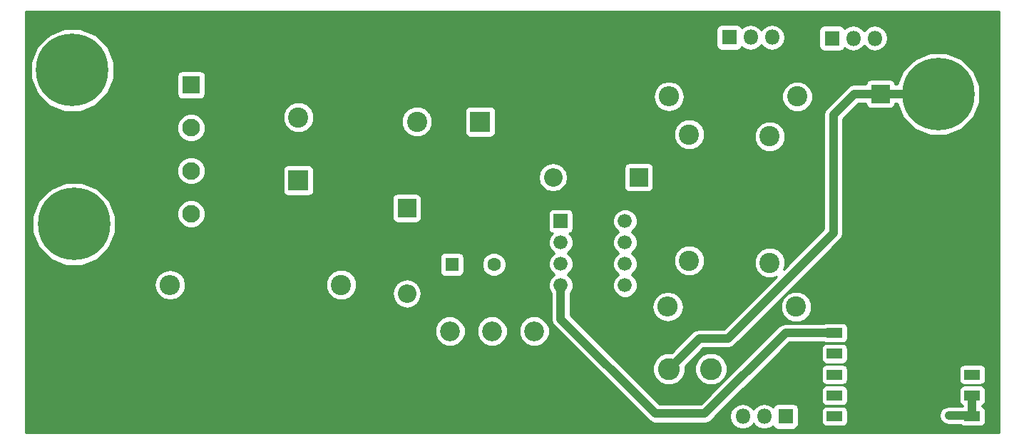
<source format=gbr>
G04 #@! TF.FileFunction,Copper,L1,Top,Signal*
%FSLAX46Y46*%
G04 Gerber Fmt 4.6, Leading zero omitted, Abs format (unit mm)*
G04 Created by KiCad (PCBNEW 4.0.7) date 02/11/18 23:41:10*
%MOMM*%
%LPD*%
G01*
G04 APERTURE LIST*
%ADD10C,0.100000*%
%ADD11R,2.400000X2.400000*%
%ADD12C,2.400000*%
%ADD13R,1.600000X1.600000*%
%ADD14C,1.600000*%
%ADD15R,2.100000X2.100000*%
%ADD16C,2.100000*%
%ADD17R,2.200000X2.200000*%
%ADD18O,2.200000X2.200000*%
%ADD19R,1.800000X1.800000*%
%ADD20O,1.800000X1.800000*%
%ADD21O,2.400000X2.400000*%
%ADD22C,2.340000*%
%ADD23R,1.880000X1.143000*%
%ADD24C,8.600000*%
%ADD25R,1.676400X1.676400*%
%ADD26C,1.676400*%
%ADD27C,2.600000*%
%ADD28C,0.900000*%
%ADD29C,1.000000*%
%ADD30C,0.254000*%
G04 APERTURE END LIST*
D10*
D11*
X97370000Y-63350000D03*
D12*
X97370000Y-55850000D03*
D13*
X115600000Y-73330000D03*
D14*
X120600000Y-73330000D03*
D12*
X143770000Y-72880000D03*
X143770000Y-57880000D03*
X153320000Y-58120000D03*
X153320000Y-73120000D03*
D15*
X84640000Y-52000000D03*
D16*
X84640000Y-57100000D03*
X84640000Y-67300000D03*
X84640000Y-62200000D03*
D17*
X110250000Y-66630000D03*
D18*
X110250000Y-76790000D03*
D17*
X166480000Y-53070000D03*
D18*
X166480000Y-65770000D03*
D19*
X148520000Y-46360000D03*
D20*
X151060000Y-46360000D03*
X153600000Y-46360000D03*
D19*
X160730000Y-46450000D03*
D20*
X163270000Y-46450000D03*
X165810000Y-46450000D03*
D12*
X102440000Y-75760000D03*
D21*
X82120000Y-75760000D03*
D12*
X156600000Y-53370000D03*
D21*
X141360000Y-53370000D03*
D12*
X156470000Y-78350000D03*
D21*
X141230000Y-78350000D03*
D22*
X125390000Y-81250000D03*
X120390000Y-81250000D03*
X115390000Y-81250000D03*
D23*
X177390000Y-81450000D03*
X177390000Y-91370000D03*
X161030000Y-81450000D03*
X161030000Y-91370000D03*
X177390000Y-83930000D03*
X177390000Y-88890000D03*
X161030000Y-83930000D03*
X161030000Y-88890000D03*
X177390000Y-86410000D03*
X161030000Y-86410000D03*
D24*
X70540000Y-50250000D03*
X70730000Y-68530000D03*
X173330000Y-68810000D03*
X173330000Y-53090000D03*
D25*
X128530000Y-68190000D03*
D26*
X128530000Y-70730000D03*
X128530000Y-73270000D03*
X128530000Y-75810000D03*
X136150000Y-75810000D03*
X136150000Y-73270000D03*
X136150000Y-70730000D03*
X136150000Y-68190000D03*
D17*
X137770000Y-62970000D03*
D18*
X127610000Y-62970000D03*
D11*
X118960000Y-56370000D03*
D12*
X111460000Y-56370000D03*
D19*
X155210000Y-91390000D03*
D20*
X152670000Y-91390000D03*
X150130000Y-91390000D03*
D27*
X146360000Y-85740000D03*
X141360000Y-85740000D03*
D28*
X174610000Y-91270000D03*
D29*
X139770000Y-91050000D02*
X128530000Y-79810000D01*
X128530000Y-79810000D02*
X128530000Y-75810000D01*
X145620000Y-91050000D02*
X139770000Y-91050000D01*
X155220000Y-81450000D02*
X145620000Y-91050000D01*
X161030000Y-81450000D02*
X155220000Y-81450000D01*
X141360000Y-85740000D02*
X144970000Y-82130000D01*
X144970000Y-82130000D02*
X148380000Y-82130000D01*
X148380000Y-82130000D02*
X160910000Y-69600000D01*
X163420000Y-53070000D02*
X166480000Y-53070000D01*
X160910000Y-69600000D02*
X160910000Y-55580000D01*
X160910000Y-55580000D02*
X163420000Y-53070000D01*
X166480000Y-53070000D02*
X173310000Y-53070000D01*
X173310000Y-53070000D02*
X173330000Y-53090000D01*
X177390000Y-83930000D02*
X177390000Y-81450000D01*
X177390000Y-81450000D02*
X177390000Y-72870000D01*
X177390000Y-72870000D02*
X173330000Y-68810000D01*
X166480000Y-65770000D02*
X170290000Y-65770000D01*
X170290000Y-65770000D02*
X173330000Y-68810000D01*
X174610000Y-91270000D02*
X177290000Y-91270000D01*
X177290000Y-91270000D02*
X177390000Y-91370000D01*
X177350000Y-91330000D02*
X177390000Y-91370000D01*
X177390000Y-88890000D02*
X177390000Y-91370000D01*
D30*
G36*
X180530000Y-93280000D02*
X64970000Y-93280000D01*
X64970000Y-81607462D01*
X113584687Y-81607462D01*
X113858903Y-82271115D01*
X114366215Y-82779312D01*
X115029388Y-83054686D01*
X115747462Y-83055313D01*
X116411115Y-82781097D01*
X116919312Y-82273785D01*
X117194686Y-81610612D01*
X117194688Y-81607462D01*
X118584687Y-81607462D01*
X118858903Y-82271115D01*
X119366215Y-82779312D01*
X120029388Y-83054686D01*
X120747462Y-83055313D01*
X121411115Y-82781097D01*
X121919312Y-82273785D01*
X122194686Y-81610612D01*
X122194688Y-81607462D01*
X123584687Y-81607462D01*
X123858903Y-82271115D01*
X124366215Y-82779312D01*
X125029388Y-83054686D01*
X125747462Y-83055313D01*
X126411115Y-82781097D01*
X126919312Y-82273785D01*
X127194686Y-81610612D01*
X127195313Y-80892538D01*
X126921097Y-80228885D01*
X126413785Y-79720688D01*
X125750612Y-79445314D01*
X125032538Y-79444687D01*
X124368885Y-79718903D01*
X123860688Y-80226215D01*
X123585314Y-80889388D01*
X123584687Y-81607462D01*
X122194688Y-81607462D01*
X122195313Y-80892538D01*
X121921097Y-80228885D01*
X121413785Y-79720688D01*
X120750612Y-79445314D01*
X120032538Y-79444687D01*
X119368885Y-79718903D01*
X118860688Y-80226215D01*
X118585314Y-80889388D01*
X118584687Y-81607462D01*
X117194688Y-81607462D01*
X117195313Y-80892538D01*
X116921097Y-80228885D01*
X116413785Y-79720688D01*
X115750612Y-79445314D01*
X115032538Y-79444687D01*
X114368885Y-79718903D01*
X113860688Y-80226215D01*
X113585314Y-80889388D01*
X113584687Y-81607462D01*
X64970000Y-81607462D01*
X64970000Y-75760000D01*
X80249050Y-75760000D01*
X80388731Y-76462224D01*
X80786509Y-77057541D01*
X81381826Y-77455319D01*
X82084050Y-77595000D01*
X82155950Y-77595000D01*
X82858174Y-77455319D01*
X83453491Y-77057541D01*
X83851269Y-76462224D01*
X83918664Y-76123403D01*
X100604682Y-76123403D01*
X100883455Y-76798086D01*
X101399199Y-77314730D01*
X102073395Y-77594681D01*
X102803403Y-77595318D01*
X103478086Y-77316545D01*
X103994730Y-76800801D01*
X104013329Y-76756009D01*
X108515000Y-76756009D01*
X108515000Y-76823991D01*
X108647069Y-77487947D01*
X109023170Y-78050821D01*
X109586044Y-78426922D01*
X110250000Y-78558991D01*
X110913956Y-78426922D01*
X111476830Y-78050821D01*
X111852931Y-77487947D01*
X111985000Y-76823991D01*
X111985000Y-76756009D01*
X111852931Y-76092053D01*
X111476830Y-75529179D01*
X110913956Y-75153078D01*
X110250000Y-75021009D01*
X109586044Y-75153078D01*
X109023170Y-75529179D01*
X108647069Y-76092053D01*
X108515000Y-76756009D01*
X104013329Y-76756009D01*
X104274681Y-76126605D01*
X104275318Y-75396597D01*
X103996545Y-74721914D01*
X103480801Y-74205270D01*
X102806605Y-73925319D01*
X102076597Y-73924682D01*
X101401914Y-74203455D01*
X100885270Y-74719199D01*
X100605319Y-75393395D01*
X100604682Y-76123403D01*
X83918664Y-76123403D01*
X83990950Y-75760000D01*
X83851269Y-75057776D01*
X83453491Y-74462459D01*
X82858174Y-74064681D01*
X82155950Y-73925000D01*
X82084050Y-73925000D01*
X81381826Y-74064681D01*
X80786509Y-74462459D01*
X80388731Y-75057776D01*
X80249050Y-75760000D01*
X64970000Y-75760000D01*
X64970000Y-69507325D01*
X65794146Y-69507325D01*
X66543871Y-71321801D01*
X67930897Y-72711250D01*
X69744061Y-73464141D01*
X71707325Y-73465854D01*
X73521801Y-72716129D01*
X73708255Y-72530000D01*
X114152560Y-72530000D01*
X114152560Y-74130000D01*
X114196838Y-74365317D01*
X114335910Y-74581441D01*
X114548110Y-74726431D01*
X114800000Y-74777440D01*
X116400000Y-74777440D01*
X116635317Y-74733162D01*
X116851441Y-74594090D01*
X116996431Y-74381890D01*
X117047440Y-74130000D01*
X117047440Y-73614187D01*
X119164752Y-73614187D01*
X119382757Y-74141800D01*
X119786077Y-74545824D01*
X120313309Y-74764750D01*
X120884187Y-74765248D01*
X121411800Y-74547243D01*
X121815824Y-74143923D01*
X122034750Y-73616691D01*
X122035248Y-73045813D01*
X121817243Y-72518200D01*
X121413923Y-72114176D01*
X120886691Y-71895250D01*
X120315813Y-71894752D01*
X119788200Y-72112757D01*
X119384176Y-72516077D01*
X119165250Y-73043309D01*
X119164752Y-73614187D01*
X117047440Y-73614187D01*
X117047440Y-72530000D01*
X117003162Y-72294683D01*
X116864090Y-72078559D01*
X116651890Y-71933569D01*
X116400000Y-71882560D01*
X114800000Y-71882560D01*
X114564683Y-71926838D01*
X114348559Y-72065910D01*
X114203569Y-72278110D01*
X114152560Y-72530000D01*
X73708255Y-72530000D01*
X74911250Y-71329103D01*
X75664141Y-69515939D01*
X75665783Y-67633697D01*
X82954708Y-67633697D01*
X83210694Y-68253229D01*
X83684278Y-68727640D01*
X84303362Y-68984707D01*
X84973697Y-68985292D01*
X85593229Y-68729306D01*
X86067640Y-68255722D01*
X86324707Y-67636638D01*
X86325292Y-66966303D01*
X86069306Y-66346771D01*
X85595722Y-65872360D01*
X84976638Y-65615293D01*
X84306303Y-65614708D01*
X83686771Y-65870694D01*
X83212360Y-66344278D01*
X82955293Y-66963362D01*
X82954708Y-67633697D01*
X75665783Y-67633697D01*
X75665854Y-67552675D01*
X74916129Y-65738199D01*
X74708294Y-65530000D01*
X108502560Y-65530000D01*
X108502560Y-67730000D01*
X108546838Y-67965317D01*
X108685910Y-68181441D01*
X108898110Y-68326431D01*
X109150000Y-68377440D01*
X111350000Y-68377440D01*
X111585317Y-68333162D01*
X111801441Y-68194090D01*
X111946431Y-67981890D01*
X111997440Y-67730000D01*
X111997440Y-67351800D01*
X127044360Y-67351800D01*
X127044360Y-69028200D01*
X127088638Y-69263517D01*
X127227710Y-69479641D01*
X127439910Y-69624631D01*
X127533145Y-69643512D01*
X127281810Y-69894409D01*
X127057056Y-70435677D01*
X127056545Y-71021752D01*
X127280353Y-71563411D01*
X127694409Y-71978190D01*
X127746392Y-71999775D01*
X127696589Y-72020353D01*
X127281810Y-72434409D01*
X127057056Y-72975677D01*
X127056545Y-73561752D01*
X127280353Y-74103411D01*
X127694409Y-74518190D01*
X127746392Y-74539775D01*
X127696589Y-74560353D01*
X127281810Y-74974409D01*
X127057056Y-75515677D01*
X127056545Y-76101752D01*
X127280353Y-76643411D01*
X127395000Y-76758258D01*
X127395000Y-79810000D01*
X127481397Y-80244346D01*
X127603482Y-80427059D01*
X127727434Y-80612566D01*
X138967433Y-91852566D01*
X139296687Y-92072566D01*
X139335654Y-92098603D01*
X139770000Y-92185000D01*
X145620000Y-92185000D01*
X146054346Y-92098603D01*
X146422566Y-91852566D01*
X146885132Y-91390000D01*
X148564928Y-91390000D01*
X148681773Y-91977419D01*
X149014519Y-92475409D01*
X149512509Y-92808155D01*
X150099928Y-92925000D01*
X150160072Y-92925000D01*
X150747491Y-92808155D01*
X151245481Y-92475409D01*
X151400000Y-92244155D01*
X151554519Y-92475409D01*
X152052509Y-92808155D01*
X152639928Y-92925000D01*
X152700072Y-92925000D01*
X153287491Y-92808155D01*
X153708026Y-92527163D01*
X153845910Y-92741441D01*
X154058110Y-92886431D01*
X154310000Y-92937440D01*
X156110000Y-92937440D01*
X156345317Y-92893162D01*
X156561441Y-92754090D01*
X156706431Y-92541890D01*
X156757440Y-92290000D01*
X156757440Y-90798500D01*
X159442560Y-90798500D01*
X159442560Y-91941500D01*
X159486838Y-92176817D01*
X159625910Y-92392941D01*
X159838110Y-92537931D01*
X160090000Y-92588940D01*
X161970000Y-92588940D01*
X162205317Y-92544662D01*
X162421441Y-92405590D01*
X162566431Y-92193390D01*
X162617440Y-91941500D01*
X162617440Y-91270000D01*
X173475000Y-91270000D01*
X173561397Y-91704346D01*
X173807434Y-92072566D01*
X174175654Y-92318603D01*
X174610000Y-92405000D01*
X176003559Y-92405000D01*
X176198110Y-92537931D01*
X176450000Y-92588940D01*
X178330000Y-92588940D01*
X178565317Y-92544662D01*
X178781441Y-92405590D01*
X178926431Y-92193390D01*
X178977440Y-91941500D01*
X178977440Y-90798500D01*
X178933162Y-90563183D01*
X178794090Y-90347059D01*
X178581890Y-90202069D01*
X178525000Y-90190548D01*
X178525000Y-90072248D01*
X178565317Y-90064662D01*
X178781441Y-89925590D01*
X178926431Y-89713390D01*
X178977440Y-89461500D01*
X178977440Y-88318500D01*
X178933162Y-88083183D01*
X178794090Y-87867059D01*
X178581890Y-87722069D01*
X178330000Y-87671060D01*
X176450000Y-87671060D01*
X176214683Y-87715338D01*
X175998559Y-87854410D01*
X175853569Y-88066610D01*
X175802560Y-88318500D01*
X175802560Y-89461500D01*
X175846838Y-89696817D01*
X175985910Y-89912941D01*
X176198110Y-90057931D01*
X176255000Y-90069452D01*
X176255000Y-90135000D01*
X174610000Y-90135000D01*
X174175654Y-90221397D01*
X173807434Y-90467434D01*
X173561397Y-90835654D01*
X173475000Y-91270000D01*
X162617440Y-91270000D01*
X162617440Y-90798500D01*
X162573162Y-90563183D01*
X162434090Y-90347059D01*
X162221890Y-90202069D01*
X161970000Y-90151060D01*
X160090000Y-90151060D01*
X159854683Y-90195338D01*
X159638559Y-90334410D01*
X159493569Y-90546610D01*
X159442560Y-90798500D01*
X156757440Y-90798500D01*
X156757440Y-90490000D01*
X156713162Y-90254683D01*
X156574090Y-90038559D01*
X156361890Y-89893569D01*
X156110000Y-89842560D01*
X154310000Y-89842560D01*
X154074683Y-89886838D01*
X153858559Y-90025910D01*
X153713569Y-90238110D01*
X153710281Y-90254344D01*
X153287491Y-89971845D01*
X152700072Y-89855000D01*
X152639928Y-89855000D01*
X152052509Y-89971845D01*
X151554519Y-90304591D01*
X151400000Y-90535845D01*
X151245481Y-90304591D01*
X150747491Y-89971845D01*
X150160072Y-89855000D01*
X150099928Y-89855000D01*
X149512509Y-89971845D01*
X149014519Y-90304591D01*
X148681773Y-90802581D01*
X148564928Y-91390000D01*
X146885132Y-91390000D01*
X149956632Y-88318500D01*
X159442560Y-88318500D01*
X159442560Y-89461500D01*
X159486838Y-89696817D01*
X159625910Y-89912941D01*
X159838110Y-90057931D01*
X160090000Y-90108940D01*
X161970000Y-90108940D01*
X162205317Y-90064662D01*
X162421441Y-89925590D01*
X162566431Y-89713390D01*
X162617440Y-89461500D01*
X162617440Y-88318500D01*
X162573162Y-88083183D01*
X162434090Y-87867059D01*
X162221890Y-87722069D01*
X161970000Y-87671060D01*
X160090000Y-87671060D01*
X159854683Y-87715338D01*
X159638559Y-87854410D01*
X159493569Y-88066610D01*
X159442560Y-88318500D01*
X149956632Y-88318500D01*
X152436632Y-85838500D01*
X159442560Y-85838500D01*
X159442560Y-86981500D01*
X159486838Y-87216817D01*
X159625910Y-87432941D01*
X159838110Y-87577931D01*
X160090000Y-87628940D01*
X161970000Y-87628940D01*
X162205317Y-87584662D01*
X162421441Y-87445590D01*
X162566431Y-87233390D01*
X162617440Y-86981500D01*
X162617440Y-85838500D01*
X175802560Y-85838500D01*
X175802560Y-86981500D01*
X175846838Y-87216817D01*
X175985910Y-87432941D01*
X176198110Y-87577931D01*
X176450000Y-87628940D01*
X178330000Y-87628940D01*
X178565317Y-87584662D01*
X178781441Y-87445590D01*
X178926431Y-87233390D01*
X178977440Y-86981500D01*
X178977440Y-85838500D01*
X178933162Y-85603183D01*
X178794090Y-85387059D01*
X178581890Y-85242069D01*
X178330000Y-85191060D01*
X176450000Y-85191060D01*
X176214683Y-85235338D01*
X175998559Y-85374410D01*
X175853569Y-85586610D01*
X175802560Y-85838500D01*
X162617440Y-85838500D01*
X162573162Y-85603183D01*
X162434090Y-85387059D01*
X162221890Y-85242069D01*
X161970000Y-85191060D01*
X160090000Y-85191060D01*
X159854683Y-85235338D01*
X159638559Y-85374410D01*
X159493569Y-85586610D01*
X159442560Y-85838500D01*
X152436632Y-85838500D01*
X154916632Y-83358500D01*
X159442560Y-83358500D01*
X159442560Y-84501500D01*
X159486838Y-84736817D01*
X159625910Y-84952941D01*
X159838110Y-85097931D01*
X160090000Y-85148940D01*
X161970000Y-85148940D01*
X162205317Y-85104662D01*
X162421441Y-84965590D01*
X162566431Y-84753390D01*
X162617440Y-84501500D01*
X162617440Y-83358500D01*
X162573162Y-83123183D01*
X162434090Y-82907059D01*
X162221890Y-82762069D01*
X161970000Y-82711060D01*
X160090000Y-82711060D01*
X159854683Y-82755338D01*
X159638559Y-82894410D01*
X159493569Y-83106610D01*
X159442560Y-83358500D01*
X154916632Y-83358500D01*
X155690132Y-82585000D01*
X159789914Y-82585000D01*
X159838110Y-82617931D01*
X160090000Y-82668940D01*
X161970000Y-82668940D01*
X162205317Y-82624662D01*
X162421441Y-82485590D01*
X162566431Y-82273390D01*
X162617440Y-82021500D01*
X162617440Y-80878500D01*
X162573162Y-80643183D01*
X162434090Y-80427059D01*
X162221890Y-80282069D01*
X161970000Y-80231060D01*
X160090000Y-80231060D01*
X159854683Y-80275338D01*
X159793047Y-80315000D01*
X155220000Y-80315000D01*
X154785654Y-80401397D01*
X154469618Y-80612566D01*
X154417434Y-80647434D01*
X145149868Y-89915000D01*
X140240133Y-89915000D01*
X136448340Y-86123207D01*
X139424665Y-86123207D01*
X139718630Y-86834658D01*
X140262479Y-87379457D01*
X140973416Y-87674663D01*
X141743207Y-87675335D01*
X142454658Y-87381370D01*
X142999457Y-86837521D01*
X143294663Y-86126584D01*
X143294665Y-86123207D01*
X144424665Y-86123207D01*
X144718630Y-86834658D01*
X145262479Y-87379457D01*
X145973416Y-87674663D01*
X146743207Y-87675335D01*
X147454658Y-87381370D01*
X147999457Y-86837521D01*
X148294663Y-86126584D01*
X148295335Y-85356793D01*
X148001370Y-84645342D01*
X147457521Y-84100543D01*
X146746584Y-83805337D01*
X145976793Y-83804665D01*
X145265342Y-84098630D01*
X144720543Y-84642479D01*
X144425337Y-85353416D01*
X144424665Y-86123207D01*
X143294665Y-86123207D01*
X143295289Y-85409843D01*
X145440132Y-83265000D01*
X148380000Y-83265000D01*
X148814346Y-83178603D01*
X149182566Y-82932566D01*
X153401729Y-78713403D01*
X154634682Y-78713403D01*
X154913455Y-79388086D01*
X155429199Y-79904730D01*
X156103395Y-80184681D01*
X156833403Y-80185318D01*
X157508086Y-79906545D01*
X158024730Y-79390801D01*
X158304681Y-78716605D01*
X158305318Y-77986597D01*
X158026545Y-77311914D01*
X157510801Y-76795270D01*
X156836605Y-76515319D01*
X156106597Y-76514682D01*
X155431914Y-76793455D01*
X154915270Y-77309199D01*
X154635319Y-77983395D01*
X154634682Y-78713403D01*
X153401729Y-78713403D01*
X161712566Y-70402566D01*
X161958603Y-70034346D01*
X162045000Y-69600000D01*
X162045000Y-56050132D01*
X163890132Y-54205000D01*
X164739146Y-54205000D01*
X164776838Y-54405317D01*
X164915910Y-54621441D01*
X165128110Y-54766431D01*
X165380000Y-54817440D01*
X167580000Y-54817440D01*
X167815317Y-54773162D01*
X168031441Y-54634090D01*
X168176431Y-54421890D01*
X168220352Y-54205000D01*
X168451032Y-54205000D01*
X169143871Y-55881801D01*
X170530897Y-57271250D01*
X172344061Y-58024141D01*
X174307325Y-58025854D01*
X176121801Y-57276129D01*
X177511250Y-55889103D01*
X178264141Y-54075939D01*
X178265854Y-52112675D01*
X177516129Y-50298199D01*
X176129103Y-48908750D01*
X174315939Y-48155859D01*
X172352675Y-48154146D01*
X170538199Y-48903871D01*
X169148750Y-50290897D01*
X168466059Y-51935000D01*
X168220854Y-51935000D01*
X168183162Y-51734683D01*
X168044090Y-51518559D01*
X167831890Y-51373569D01*
X167580000Y-51322560D01*
X165380000Y-51322560D01*
X165144683Y-51366838D01*
X164928559Y-51505910D01*
X164783569Y-51718110D01*
X164739648Y-51935000D01*
X163420000Y-51935000D01*
X162985654Y-52021397D01*
X162617434Y-52267434D01*
X160107434Y-54777434D01*
X159861397Y-55145654D01*
X159775000Y-55580000D01*
X159775000Y-69129868D01*
X154967513Y-73937355D01*
X155154681Y-73486605D01*
X155155318Y-72756597D01*
X154876545Y-72081914D01*
X154360801Y-71565270D01*
X153686605Y-71285319D01*
X152956597Y-71284682D01*
X152281914Y-71563455D01*
X151765270Y-72079199D01*
X151485319Y-72753395D01*
X151484682Y-73483403D01*
X151763455Y-74158086D01*
X152279199Y-74674730D01*
X152953395Y-74954681D01*
X153683403Y-74955318D01*
X154136953Y-74767915D01*
X147909868Y-80995000D01*
X144970000Y-80995000D01*
X144535654Y-81081397D01*
X144167434Y-81327434D01*
X141689581Y-83805287D01*
X140976793Y-83804665D01*
X140265342Y-84098630D01*
X139720543Y-84642479D01*
X139425337Y-85353416D01*
X139424665Y-86123207D01*
X136448340Y-86123207D01*
X129665000Y-79339868D01*
X129665000Y-78350000D01*
X139359050Y-78350000D01*
X139498731Y-79052224D01*
X139896509Y-79647541D01*
X140491826Y-80045319D01*
X141194050Y-80185000D01*
X141265950Y-80185000D01*
X141968174Y-80045319D01*
X142563491Y-79647541D01*
X142961269Y-79052224D01*
X143100950Y-78350000D01*
X142961269Y-77647776D01*
X142563491Y-77052459D01*
X141968174Y-76654681D01*
X141265950Y-76515000D01*
X141194050Y-76515000D01*
X140491826Y-76654681D01*
X139896509Y-77052459D01*
X139498731Y-77647776D01*
X139359050Y-78350000D01*
X129665000Y-78350000D01*
X129665000Y-76758584D01*
X129778190Y-76645591D01*
X130002944Y-76104323D01*
X130003455Y-75518248D01*
X129779647Y-74976589D01*
X129365591Y-74561810D01*
X129313608Y-74540225D01*
X129363411Y-74519647D01*
X129778190Y-74105591D01*
X130002944Y-73564323D01*
X130003455Y-72978248D01*
X129779647Y-72436589D01*
X129365591Y-72021810D01*
X129313608Y-72000225D01*
X129363411Y-71979647D01*
X129778190Y-71565591D01*
X130002944Y-71024323D01*
X130003455Y-70438248D01*
X129779647Y-69896589D01*
X129528898Y-69645402D01*
X129603517Y-69631362D01*
X129819641Y-69492290D01*
X129964631Y-69280090D01*
X130015640Y-69028200D01*
X130015640Y-68481752D01*
X134676545Y-68481752D01*
X134900353Y-69023411D01*
X135314409Y-69438190D01*
X135366392Y-69459775D01*
X135316589Y-69480353D01*
X134901810Y-69894409D01*
X134677056Y-70435677D01*
X134676545Y-71021752D01*
X134900353Y-71563411D01*
X135314409Y-71978190D01*
X135366392Y-71999775D01*
X135316589Y-72020353D01*
X134901810Y-72434409D01*
X134677056Y-72975677D01*
X134676545Y-73561752D01*
X134900353Y-74103411D01*
X135314409Y-74518190D01*
X135366392Y-74539775D01*
X135316589Y-74560353D01*
X134901810Y-74974409D01*
X134677056Y-75515677D01*
X134676545Y-76101752D01*
X134900353Y-76643411D01*
X135314409Y-77058190D01*
X135855677Y-77282944D01*
X136441752Y-77283455D01*
X136983411Y-77059647D01*
X137398190Y-76645591D01*
X137622944Y-76104323D01*
X137623455Y-75518248D01*
X137399647Y-74976589D01*
X136985591Y-74561810D01*
X136933608Y-74540225D01*
X136983411Y-74519647D01*
X137398190Y-74105591D01*
X137622944Y-73564323D01*
X137623223Y-73243403D01*
X141934682Y-73243403D01*
X142213455Y-73918086D01*
X142729199Y-74434730D01*
X143403395Y-74714681D01*
X144133403Y-74715318D01*
X144808086Y-74436545D01*
X145324730Y-73920801D01*
X145604681Y-73246605D01*
X145605318Y-72516597D01*
X145326545Y-71841914D01*
X144810801Y-71325270D01*
X144136605Y-71045319D01*
X143406597Y-71044682D01*
X142731914Y-71323455D01*
X142215270Y-71839199D01*
X141935319Y-72513395D01*
X141934682Y-73243403D01*
X137623223Y-73243403D01*
X137623455Y-72978248D01*
X137399647Y-72436589D01*
X136985591Y-72021810D01*
X136933608Y-72000225D01*
X136983411Y-71979647D01*
X137398190Y-71565591D01*
X137622944Y-71024323D01*
X137623455Y-70438248D01*
X137399647Y-69896589D01*
X136985591Y-69481810D01*
X136933608Y-69460225D01*
X136983411Y-69439647D01*
X137398190Y-69025591D01*
X137622944Y-68484323D01*
X137623455Y-67898248D01*
X137399647Y-67356589D01*
X136985591Y-66941810D01*
X136444323Y-66717056D01*
X135858248Y-66716545D01*
X135316589Y-66940353D01*
X134901810Y-67354409D01*
X134677056Y-67895677D01*
X134676545Y-68481752D01*
X130015640Y-68481752D01*
X130015640Y-67351800D01*
X129971362Y-67116483D01*
X129832290Y-66900359D01*
X129620090Y-66755369D01*
X129368200Y-66704360D01*
X127691800Y-66704360D01*
X127456483Y-66748638D01*
X127240359Y-66887710D01*
X127095369Y-67099910D01*
X127044360Y-67351800D01*
X111997440Y-67351800D01*
X111997440Y-65530000D01*
X111953162Y-65294683D01*
X111814090Y-65078559D01*
X111601890Y-64933569D01*
X111350000Y-64882560D01*
X109150000Y-64882560D01*
X108914683Y-64926838D01*
X108698559Y-65065910D01*
X108553569Y-65278110D01*
X108502560Y-65530000D01*
X74708294Y-65530000D01*
X73529103Y-64348750D01*
X71715939Y-63595859D01*
X69752675Y-63594146D01*
X67938199Y-64343871D01*
X66548750Y-65730897D01*
X65795859Y-67544061D01*
X65794146Y-69507325D01*
X64970000Y-69507325D01*
X64970000Y-62533697D01*
X82954708Y-62533697D01*
X83210694Y-63153229D01*
X83684278Y-63627640D01*
X84303362Y-63884707D01*
X84973697Y-63885292D01*
X85593229Y-63629306D01*
X86067640Y-63155722D01*
X86324707Y-62536638D01*
X86325044Y-62150000D01*
X95522560Y-62150000D01*
X95522560Y-64550000D01*
X95566838Y-64785317D01*
X95705910Y-65001441D01*
X95918110Y-65146431D01*
X96170000Y-65197440D01*
X98570000Y-65197440D01*
X98805317Y-65153162D01*
X99021441Y-65014090D01*
X99166431Y-64801890D01*
X99217440Y-64550000D01*
X99217440Y-62970000D01*
X125841009Y-62970000D01*
X125973078Y-63633956D01*
X126349179Y-64196830D01*
X126912053Y-64572931D01*
X127576009Y-64705000D01*
X127643991Y-64705000D01*
X128307947Y-64572931D01*
X128870821Y-64196830D01*
X129246922Y-63633956D01*
X129378991Y-62970000D01*
X129246922Y-62306044D01*
X128955567Y-61870000D01*
X136022560Y-61870000D01*
X136022560Y-64070000D01*
X136066838Y-64305317D01*
X136205910Y-64521441D01*
X136418110Y-64666431D01*
X136670000Y-64717440D01*
X138870000Y-64717440D01*
X139105317Y-64673162D01*
X139321441Y-64534090D01*
X139466431Y-64321890D01*
X139517440Y-64070000D01*
X139517440Y-61870000D01*
X139473162Y-61634683D01*
X139334090Y-61418559D01*
X139121890Y-61273569D01*
X138870000Y-61222560D01*
X136670000Y-61222560D01*
X136434683Y-61266838D01*
X136218559Y-61405910D01*
X136073569Y-61618110D01*
X136022560Y-61870000D01*
X128955567Y-61870000D01*
X128870821Y-61743170D01*
X128307947Y-61367069D01*
X127643991Y-61235000D01*
X127576009Y-61235000D01*
X126912053Y-61367069D01*
X126349179Y-61743170D01*
X125973078Y-62306044D01*
X125841009Y-62970000D01*
X99217440Y-62970000D01*
X99217440Y-62150000D01*
X99173162Y-61914683D01*
X99034090Y-61698559D01*
X98821890Y-61553569D01*
X98570000Y-61502560D01*
X96170000Y-61502560D01*
X95934683Y-61546838D01*
X95718559Y-61685910D01*
X95573569Y-61898110D01*
X95522560Y-62150000D01*
X86325044Y-62150000D01*
X86325292Y-61866303D01*
X86069306Y-61246771D01*
X85595722Y-60772360D01*
X84976638Y-60515293D01*
X84306303Y-60514708D01*
X83686771Y-60770694D01*
X83212360Y-61244278D01*
X82955293Y-61863362D01*
X82954708Y-62533697D01*
X64970000Y-62533697D01*
X64970000Y-57433697D01*
X82954708Y-57433697D01*
X83210694Y-58053229D01*
X83684278Y-58527640D01*
X84303362Y-58784707D01*
X84973697Y-58785292D01*
X85593229Y-58529306D01*
X85879631Y-58243403D01*
X141934682Y-58243403D01*
X142213455Y-58918086D01*
X142729199Y-59434730D01*
X143403395Y-59714681D01*
X144133403Y-59715318D01*
X144808086Y-59436545D01*
X145324730Y-58920801D01*
X145506353Y-58483403D01*
X151484682Y-58483403D01*
X151763455Y-59158086D01*
X152279199Y-59674730D01*
X152953395Y-59954681D01*
X153683403Y-59955318D01*
X154358086Y-59676545D01*
X154874730Y-59160801D01*
X155154681Y-58486605D01*
X155155318Y-57756597D01*
X154876545Y-57081914D01*
X154360801Y-56565270D01*
X153686605Y-56285319D01*
X152956597Y-56284682D01*
X152281914Y-56563455D01*
X151765270Y-57079199D01*
X151485319Y-57753395D01*
X151484682Y-58483403D01*
X145506353Y-58483403D01*
X145604681Y-58246605D01*
X145605318Y-57516597D01*
X145326545Y-56841914D01*
X144810801Y-56325270D01*
X144136605Y-56045319D01*
X143406597Y-56044682D01*
X142731914Y-56323455D01*
X142215270Y-56839199D01*
X141935319Y-57513395D01*
X141934682Y-58243403D01*
X85879631Y-58243403D01*
X86067640Y-58055722D01*
X86324707Y-57436638D01*
X86325292Y-56766303D01*
X86096838Y-56213403D01*
X95534682Y-56213403D01*
X95813455Y-56888086D01*
X96329199Y-57404730D01*
X97003395Y-57684681D01*
X97733403Y-57685318D01*
X98408086Y-57406545D01*
X98924730Y-56890801D01*
X98990087Y-56733403D01*
X109624682Y-56733403D01*
X109903455Y-57408086D01*
X110419199Y-57924730D01*
X111093395Y-58204681D01*
X111823403Y-58205318D01*
X112498086Y-57926545D01*
X113014730Y-57410801D01*
X113294681Y-56736605D01*
X113295318Y-56006597D01*
X113016545Y-55331914D01*
X112854914Y-55170000D01*
X117112560Y-55170000D01*
X117112560Y-57570000D01*
X117156838Y-57805317D01*
X117295910Y-58021441D01*
X117508110Y-58166431D01*
X117760000Y-58217440D01*
X120160000Y-58217440D01*
X120395317Y-58173162D01*
X120611441Y-58034090D01*
X120756431Y-57821890D01*
X120807440Y-57570000D01*
X120807440Y-55170000D01*
X120763162Y-54934683D01*
X120624090Y-54718559D01*
X120411890Y-54573569D01*
X120160000Y-54522560D01*
X117760000Y-54522560D01*
X117524683Y-54566838D01*
X117308559Y-54705910D01*
X117163569Y-54918110D01*
X117112560Y-55170000D01*
X112854914Y-55170000D01*
X112500801Y-54815270D01*
X111826605Y-54535319D01*
X111096597Y-54534682D01*
X110421914Y-54813455D01*
X109905270Y-55329199D01*
X109625319Y-56003395D01*
X109624682Y-56733403D01*
X98990087Y-56733403D01*
X99204681Y-56216605D01*
X99205318Y-55486597D01*
X98926545Y-54811914D01*
X98410801Y-54295270D01*
X97736605Y-54015319D01*
X97006597Y-54014682D01*
X96331914Y-54293455D01*
X95815270Y-54809199D01*
X95535319Y-55483395D01*
X95534682Y-56213403D01*
X86096838Y-56213403D01*
X86069306Y-56146771D01*
X85595722Y-55672360D01*
X84976638Y-55415293D01*
X84306303Y-55414708D01*
X83686771Y-55670694D01*
X83212360Y-56144278D01*
X82955293Y-56763362D01*
X82954708Y-57433697D01*
X64970000Y-57433697D01*
X64970000Y-51227325D01*
X65604146Y-51227325D01*
X66353871Y-53041801D01*
X67740897Y-54431250D01*
X69554061Y-55184141D01*
X71517325Y-55185854D01*
X73331801Y-54436129D01*
X74721250Y-53049103D01*
X75474141Y-51235939D01*
X75474390Y-50950000D01*
X82942560Y-50950000D01*
X82942560Y-53050000D01*
X82986838Y-53285317D01*
X83125910Y-53501441D01*
X83338110Y-53646431D01*
X83590000Y-53697440D01*
X85690000Y-53697440D01*
X85925317Y-53653162D01*
X86141441Y-53514090D01*
X86239893Y-53370000D01*
X139489050Y-53370000D01*
X139628731Y-54072224D01*
X140026509Y-54667541D01*
X140621826Y-55065319D01*
X141324050Y-55205000D01*
X141395950Y-55205000D01*
X142098174Y-55065319D01*
X142693491Y-54667541D01*
X143091269Y-54072224D01*
X143158664Y-53733403D01*
X154764682Y-53733403D01*
X155043455Y-54408086D01*
X155559199Y-54924730D01*
X156233395Y-55204681D01*
X156963403Y-55205318D01*
X157638086Y-54926545D01*
X158154730Y-54410801D01*
X158434681Y-53736605D01*
X158435318Y-53006597D01*
X158156545Y-52331914D01*
X157640801Y-51815270D01*
X156966605Y-51535319D01*
X156236597Y-51534682D01*
X155561914Y-51813455D01*
X155045270Y-52329199D01*
X154765319Y-53003395D01*
X154764682Y-53733403D01*
X143158664Y-53733403D01*
X143230950Y-53370000D01*
X143091269Y-52667776D01*
X142693491Y-52072459D01*
X142098174Y-51674681D01*
X141395950Y-51535000D01*
X141324050Y-51535000D01*
X140621826Y-51674681D01*
X140026509Y-52072459D01*
X139628731Y-52667776D01*
X139489050Y-53370000D01*
X86239893Y-53370000D01*
X86286431Y-53301890D01*
X86337440Y-53050000D01*
X86337440Y-50950000D01*
X86293162Y-50714683D01*
X86154090Y-50498559D01*
X85941890Y-50353569D01*
X85690000Y-50302560D01*
X83590000Y-50302560D01*
X83354683Y-50346838D01*
X83138559Y-50485910D01*
X82993569Y-50698110D01*
X82942560Y-50950000D01*
X75474390Y-50950000D01*
X75475854Y-49272675D01*
X74726129Y-47458199D01*
X73339103Y-46068750D01*
X71873070Y-45460000D01*
X146972560Y-45460000D01*
X146972560Y-47260000D01*
X147016838Y-47495317D01*
X147155910Y-47711441D01*
X147368110Y-47856431D01*
X147620000Y-47907440D01*
X149420000Y-47907440D01*
X149655317Y-47863162D01*
X149871441Y-47724090D01*
X150016431Y-47511890D01*
X150019719Y-47495656D01*
X150442509Y-47778155D01*
X151029928Y-47895000D01*
X151090072Y-47895000D01*
X151677491Y-47778155D01*
X152175481Y-47445409D01*
X152330000Y-47214155D01*
X152484519Y-47445409D01*
X152982509Y-47778155D01*
X153569928Y-47895000D01*
X153630072Y-47895000D01*
X154217491Y-47778155D01*
X154715481Y-47445409D01*
X155048227Y-46947419D01*
X155165072Y-46360000D01*
X155048227Y-45772581D01*
X154899504Y-45550000D01*
X159182560Y-45550000D01*
X159182560Y-47350000D01*
X159226838Y-47585317D01*
X159365910Y-47801441D01*
X159578110Y-47946431D01*
X159830000Y-47997440D01*
X161630000Y-47997440D01*
X161865317Y-47953162D01*
X162081441Y-47814090D01*
X162226431Y-47601890D01*
X162229719Y-47585656D01*
X162652509Y-47868155D01*
X163239928Y-47985000D01*
X163300072Y-47985000D01*
X163887491Y-47868155D01*
X164385481Y-47535409D01*
X164540000Y-47304155D01*
X164694519Y-47535409D01*
X165192509Y-47868155D01*
X165779928Y-47985000D01*
X165840072Y-47985000D01*
X166427491Y-47868155D01*
X166925481Y-47535409D01*
X167258227Y-47037419D01*
X167375072Y-46450000D01*
X167258227Y-45862581D01*
X166925481Y-45364591D01*
X166427491Y-45031845D01*
X165840072Y-44915000D01*
X165779928Y-44915000D01*
X165192509Y-45031845D01*
X164694519Y-45364591D01*
X164540000Y-45595845D01*
X164385481Y-45364591D01*
X163887491Y-45031845D01*
X163300072Y-44915000D01*
X163239928Y-44915000D01*
X162652509Y-45031845D01*
X162231974Y-45312837D01*
X162094090Y-45098559D01*
X161881890Y-44953569D01*
X161630000Y-44902560D01*
X159830000Y-44902560D01*
X159594683Y-44946838D01*
X159378559Y-45085910D01*
X159233569Y-45298110D01*
X159182560Y-45550000D01*
X154899504Y-45550000D01*
X154715481Y-45274591D01*
X154217491Y-44941845D01*
X153630072Y-44825000D01*
X153569928Y-44825000D01*
X152982509Y-44941845D01*
X152484519Y-45274591D01*
X152330000Y-45505845D01*
X152175481Y-45274591D01*
X151677491Y-44941845D01*
X151090072Y-44825000D01*
X151029928Y-44825000D01*
X150442509Y-44941845D01*
X150021974Y-45222837D01*
X149884090Y-45008559D01*
X149671890Y-44863569D01*
X149420000Y-44812560D01*
X147620000Y-44812560D01*
X147384683Y-44856838D01*
X147168559Y-44995910D01*
X147023569Y-45208110D01*
X146972560Y-45460000D01*
X71873070Y-45460000D01*
X71525939Y-45315859D01*
X69562675Y-45314146D01*
X67748199Y-46063871D01*
X66358750Y-47450897D01*
X65605859Y-49264061D01*
X65604146Y-51227325D01*
X64970000Y-51227325D01*
X64970000Y-43290000D01*
X180530000Y-43290000D01*
X180530000Y-93280000D01*
X180530000Y-93280000D01*
G37*
X180530000Y-93280000D02*
X64970000Y-93280000D01*
X64970000Y-81607462D01*
X113584687Y-81607462D01*
X113858903Y-82271115D01*
X114366215Y-82779312D01*
X115029388Y-83054686D01*
X115747462Y-83055313D01*
X116411115Y-82781097D01*
X116919312Y-82273785D01*
X117194686Y-81610612D01*
X117194688Y-81607462D01*
X118584687Y-81607462D01*
X118858903Y-82271115D01*
X119366215Y-82779312D01*
X120029388Y-83054686D01*
X120747462Y-83055313D01*
X121411115Y-82781097D01*
X121919312Y-82273785D01*
X122194686Y-81610612D01*
X122194688Y-81607462D01*
X123584687Y-81607462D01*
X123858903Y-82271115D01*
X124366215Y-82779312D01*
X125029388Y-83054686D01*
X125747462Y-83055313D01*
X126411115Y-82781097D01*
X126919312Y-82273785D01*
X127194686Y-81610612D01*
X127195313Y-80892538D01*
X126921097Y-80228885D01*
X126413785Y-79720688D01*
X125750612Y-79445314D01*
X125032538Y-79444687D01*
X124368885Y-79718903D01*
X123860688Y-80226215D01*
X123585314Y-80889388D01*
X123584687Y-81607462D01*
X122194688Y-81607462D01*
X122195313Y-80892538D01*
X121921097Y-80228885D01*
X121413785Y-79720688D01*
X120750612Y-79445314D01*
X120032538Y-79444687D01*
X119368885Y-79718903D01*
X118860688Y-80226215D01*
X118585314Y-80889388D01*
X118584687Y-81607462D01*
X117194688Y-81607462D01*
X117195313Y-80892538D01*
X116921097Y-80228885D01*
X116413785Y-79720688D01*
X115750612Y-79445314D01*
X115032538Y-79444687D01*
X114368885Y-79718903D01*
X113860688Y-80226215D01*
X113585314Y-80889388D01*
X113584687Y-81607462D01*
X64970000Y-81607462D01*
X64970000Y-75760000D01*
X80249050Y-75760000D01*
X80388731Y-76462224D01*
X80786509Y-77057541D01*
X81381826Y-77455319D01*
X82084050Y-77595000D01*
X82155950Y-77595000D01*
X82858174Y-77455319D01*
X83453491Y-77057541D01*
X83851269Y-76462224D01*
X83918664Y-76123403D01*
X100604682Y-76123403D01*
X100883455Y-76798086D01*
X101399199Y-77314730D01*
X102073395Y-77594681D01*
X102803403Y-77595318D01*
X103478086Y-77316545D01*
X103994730Y-76800801D01*
X104013329Y-76756009D01*
X108515000Y-76756009D01*
X108515000Y-76823991D01*
X108647069Y-77487947D01*
X109023170Y-78050821D01*
X109586044Y-78426922D01*
X110250000Y-78558991D01*
X110913956Y-78426922D01*
X111476830Y-78050821D01*
X111852931Y-77487947D01*
X111985000Y-76823991D01*
X111985000Y-76756009D01*
X111852931Y-76092053D01*
X111476830Y-75529179D01*
X110913956Y-75153078D01*
X110250000Y-75021009D01*
X109586044Y-75153078D01*
X109023170Y-75529179D01*
X108647069Y-76092053D01*
X108515000Y-76756009D01*
X104013329Y-76756009D01*
X104274681Y-76126605D01*
X104275318Y-75396597D01*
X103996545Y-74721914D01*
X103480801Y-74205270D01*
X102806605Y-73925319D01*
X102076597Y-73924682D01*
X101401914Y-74203455D01*
X100885270Y-74719199D01*
X100605319Y-75393395D01*
X100604682Y-76123403D01*
X83918664Y-76123403D01*
X83990950Y-75760000D01*
X83851269Y-75057776D01*
X83453491Y-74462459D01*
X82858174Y-74064681D01*
X82155950Y-73925000D01*
X82084050Y-73925000D01*
X81381826Y-74064681D01*
X80786509Y-74462459D01*
X80388731Y-75057776D01*
X80249050Y-75760000D01*
X64970000Y-75760000D01*
X64970000Y-69507325D01*
X65794146Y-69507325D01*
X66543871Y-71321801D01*
X67930897Y-72711250D01*
X69744061Y-73464141D01*
X71707325Y-73465854D01*
X73521801Y-72716129D01*
X73708255Y-72530000D01*
X114152560Y-72530000D01*
X114152560Y-74130000D01*
X114196838Y-74365317D01*
X114335910Y-74581441D01*
X114548110Y-74726431D01*
X114800000Y-74777440D01*
X116400000Y-74777440D01*
X116635317Y-74733162D01*
X116851441Y-74594090D01*
X116996431Y-74381890D01*
X117047440Y-74130000D01*
X117047440Y-73614187D01*
X119164752Y-73614187D01*
X119382757Y-74141800D01*
X119786077Y-74545824D01*
X120313309Y-74764750D01*
X120884187Y-74765248D01*
X121411800Y-74547243D01*
X121815824Y-74143923D01*
X122034750Y-73616691D01*
X122035248Y-73045813D01*
X121817243Y-72518200D01*
X121413923Y-72114176D01*
X120886691Y-71895250D01*
X120315813Y-71894752D01*
X119788200Y-72112757D01*
X119384176Y-72516077D01*
X119165250Y-73043309D01*
X119164752Y-73614187D01*
X117047440Y-73614187D01*
X117047440Y-72530000D01*
X117003162Y-72294683D01*
X116864090Y-72078559D01*
X116651890Y-71933569D01*
X116400000Y-71882560D01*
X114800000Y-71882560D01*
X114564683Y-71926838D01*
X114348559Y-72065910D01*
X114203569Y-72278110D01*
X114152560Y-72530000D01*
X73708255Y-72530000D01*
X74911250Y-71329103D01*
X75664141Y-69515939D01*
X75665783Y-67633697D01*
X82954708Y-67633697D01*
X83210694Y-68253229D01*
X83684278Y-68727640D01*
X84303362Y-68984707D01*
X84973697Y-68985292D01*
X85593229Y-68729306D01*
X86067640Y-68255722D01*
X86324707Y-67636638D01*
X86325292Y-66966303D01*
X86069306Y-66346771D01*
X85595722Y-65872360D01*
X84976638Y-65615293D01*
X84306303Y-65614708D01*
X83686771Y-65870694D01*
X83212360Y-66344278D01*
X82955293Y-66963362D01*
X82954708Y-67633697D01*
X75665783Y-67633697D01*
X75665854Y-67552675D01*
X74916129Y-65738199D01*
X74708294Y-65530000D01*
X108502560Y-65530000D01*
X108502560Y-67730000D01*
X108546838Y-67965317D01*
X108685910Y-68181441D01*
X108898110Y-68326431D01*
X109150000Y-68377440D01*
X111350000Y-68377440D01*
X111585317Y-68333162D01*
X111801441Y-68194090D01*
X111946431Y-67981890D01*
X111997440Y-67730000D01*
X111997440Y-67351800D01*
X127044360Y-67351800D01*
X127044360Y-69028200D01*
X127088638Y-69263517D01*
X127227710Y-69479641D01*
X127439910Y-69624631D01*
X127533145Y-69643512D01*
X127281810Y-69894409D01*
X127057056Y-70435677D01*
X127056545Y-71021752D01*
X127280353Y-71563411D01*
X127694409Y-71978190D01*
X127746392Y-71999775D01*
X127696589Y-72020353D01*
X127281810Y-72434409D01*
X127057056Y-72975677D01*
X127056545Y-73561752D01*
X127280353Y-74103411D01*
X127694409Y-74518190D01*
X127746392Y-74539775D01*
X127696589Y-74560353D01*
X127281810Y-74974409D01*
X127057056Y-75515677D01*
X127056545Y-76101752D01*
X127280353Y-76643411D01*
X127395000Y-76758258D01*
X127395000Y-79810000D01*
X127481397Y-80244346D01*
X127603482Y-80427059D01*
X127727434Y-80612566D01*
X138967433Y-91852566D01*
X139296687Y-92072566D01*
X139335654Y-92098603D01*
X139770000Y-92185000D01*
X145620000Y-92185000D01*
X146054346Y-92098603D01*
X146422566Y-91852566D01*
X146885132Y-91390000D01*
X148564928Y-91390000D01*
X148681773Y-91977419D01*
X149014519Y-92475409D01*
X149512509Y-92808155D01*
X150099928Y-92925000D01*
X150160072Y-92925000D01*
X150747491Y-92808155D01*
X151245481Y-92475409D01*
X151400000Y-92244155D01*
X151554519Y-92475409D01*
X152052509Y-92808155D01*
X152639928Y-92925000D01*
X152700072Y-92925000D01*
X153287491Y-92808155D01*
X153708026Y-92527163D01*
X153845910Y-92741441D01*
X154058110Y-92886431D01*
X154310000Y-92937440D01*
X156110000Y-92937440D01*
X156345317Y-92893162D01*
X156561441Y-92754090D01*
X156706431Y-92541890D01*
X156757440Y-92290000D01*
X156757440Y-90798500D01*
X159442560Y-90798500D01*
X159442560Y-91941500D01*
X159486838Y-92176817D01*
X159625910Y-92392941D01*
X159838110Y-92537931D01*
X160090000Y-92588940D01*
X161970000Y-92588940D01*
X162205317Y-92544662D01*
X162421441Y-92405590D01*
X162566431Y-92193390D01*
X162617440Y-91941500D01*
X162617440Y-91270000D01*
X173475000Y-91270000D01*
X173561397Y-91704346D01*
X173807434Y-92072566D01*
X174175654Y-92318603D01*
X174610000Y-92405000D01*
X176003559Y-92405000D01*
X176198110Y-92537931D01*
X176450000Y-92588940D01*
X178330000Y-92588940D01*
X178565317Y-92544662D01*
X178781441Y-92405590D01*
X178926431Y-92193390D01*
X178977440Y-91941500D01*
X178977440Y-90798500D01*
X178933162Y-90563183D01*
X178794090Y-90347059D01*
X178581890Y-90202069D01*
X178525000Y-90190548D01*
X178525000Y-90072248D01*
X178565317Y-90064662D01*
X178781441Y-89925590D01*
X178926431Y-89713390D01*
X178977440Y-89461500D01*
X178977440Y-88318500D01*
X178933162Y-88083183D01*
X178794090Y-87867059D01*
X178581890Y-87722069D01*
X178330000Y-87671060D01*
X176450000Y-87671060D01*
X176214683Y-87715338D01*
X175998559Y-87854410D01*
X175853569Y-88066610D01*
X175802560Y-88318500D01*
X175802560Y-89461500D01*
X175846838Y-89696817D01*
X175985910Y-89912941D01*
X176198110Y-90057931D01*
X176255000Y-90069452D01*
X176255000Y-90135000D01*
X174610000Y-90135000D01*
X174175654Y-90221397D01*
X173807434Y-90467434D01*
X173561397Y-90835654D01*
X173475000Y-91270000D01*
X162617440Y-91270000D01*
X162617440Y-90798500D01*
X162573162Y-90563183D01*
X162434090Y-90347059D01*
X162221890Y-90202069D01*
X161970000Y-90151060D01*
X160090000Y-90151060D01*
X159854683Y-90195338D01*
X159638559Y-90334410D01*
X159493569Y-90546610D01*
X159442560Y-90798500D01*
X156757440Y-90798500D01*
X156757440Y-90490000D01*
X156713162Y-90254683D01*
X156574090Y-90038559D01*
X156361890Y-89893569D01*
X156110000Y-89842560D01*
X154310000Y-89842560D01*
X154074683Y-89886838D01*
X153858559Y-90025910D01*
X153713569Y-90238110D01*
X153710281Y-90254344D01*
X153287491Y-89971845D01*
X152700072Y-89855000D01*
X152639928Y-89855000D01*
X152052509Y-89971845D01*
X151554519Y-90304591D01*
X151400000Y-90535845D01*
X151245481Y-90304591D01*
X150747491Y-89971845D01*
X150160072Y-89855000D01*
X150099928Y-89855000D01*
X149512509Y-89971845D01*
X149014519Y-90304591D01*
X148681773Y-90802581D01*
X148564928Y-91390000D01*
X146885132Y-91390000D01*
X149956632Y-88318500D01*
X159442560Y-88318500D01*
X159442560Y-89461500D01*
X159486838Y-89696817D01*
X159625910Y-89912941D01*
X159838110Y-90057931D01*
X160090000Y-90108940D01*
X161970000Y-90108940D01*
X162205317Y-90064662D01*
X162421441Y-89925590D01*
X162566431Y-89713390D01*
X162617440Y-89461500D01*
X162617440Y-88318500D01*
X162573162Y-88083183D01*
X162434090Y-87867059D01*
X162221890Y-87722069D01*
X161970000Y-87671060D01*
X160090000Y-87671060D01*
X159854683Y-87715338D01*
X159638559Y-87854410D01*
X159493569Y-88066610D01*
X159442560Y-88318500D01*
X149956632Y-88318500D01*
X152436632Y-85838500D01*
X159442560Y-85838500D01*
X159442560Y-86981500D01*
X159486838Y-87216817D01*
X159625910Y-87432941D01*
X159838110Y-87577931D01*
X160090000Y-87628940D01*
X161970000Y-87628940D01*
X162205317Y-87584662D01*
X162421441Y-87445590D01*
X162566431Y-87233390D01*
X162617440Y-86981500D01*
X162617440Y-85838500D01*
X175802560Y-85838500D01*
X175802560Y-86981500D01*
X175846838Y-87216817D01*
X175985910Y-87432941D01*
X176198110Y-87577931D01*
X176450000Y-87628940D01*
X178330000Y-87628940D01*
X178565317Y-87584662D01*
X178781441Y-87445590D01*
X178926431Y-87233390D01*
X178977440Y-86981500D01*
X178977440Y-85838500D01*
X178933162Y-85603183D01*
X178794090Y-85387059D01*
X178581890Y-85242069D01*
X178330000Y-85191060D01*
X176450000Y-85191060D01*
X176214683Y-85235338D01*
X175998559Y-85374410D01*
X175853569Y-85586610D01*
X175802560Y-85838500D01*
X162617440Y-85838500D01*
X162573162Y-85603183D01*
X162434090Y-85387059D01*
X162221890Y-85242069D01*
X161970000Y-85191060D01*
X160090000Y-85191060D01*
X159854683Y-85235338D01*
X159638559Y-85374410D01*
X159493569Y-85586610D01*
X159442560Y-85838500D01*
X152436632Y-85838500D01*
X154916632Y-83358500D01*
X159442560Y-83358500D01*
X159442560Y-84501500D01*
X159486838Y-84736817D01*
X159625910Y-84952941D01*
X159838110Y-85097931D01*
X160090000Y-85148940D01*
X161970000Y-85148940D01*
X162205317Y-85104662D01*
X162421441Y-84965590D01*
X162566431Y-84753390D01*
X162617440Y-84501500D01*
X162617440Y-83358500D01*
X162573162Y-83123183D01*
X162434090Y-82907059D01*
X162221890Y-82762069D01*
X161970000Y-82711060D01*
X160090000Y-82711060D01*
X159854683Y-82755338D01*
X159638559Y-82894410D01*
X159493569Y-83106610D01*
X159442560Y-83358500D01*
X154916632Y-83358500D01*
X155690132Y-82585000D01*
X159789914Y-82585000D01*
X159838110Y-82617931D01*
X160090000Y-82668940D01*
X161970000Y-82668940D01*
X162205317Y-82624662D01*
X162421441Y-82485590D01*
X162566431Y-82273390D01*
X162617440Y-82021500D01*
X162617440Y-80878500D01*
X162573162Y-80643183D01*
X162434090Y-80427059D01*
X162221890Y-80282069D01*
X161970000Y-80231060D01*
X160090000Y-80231060D01*
X159854683Y-80275338D01*
X159793047Y-80315000D01*
X155220000Y-80315000D01*
X154785654Y-80401397D01*
X154469618Y-80612566D01*
X154417434Y-80647434D01*
X145149868Y-89915000D01*
X140240133Y-89915000D01*
X136448340Y-86123207D01*
X139424665Y-86123207D01*
X139718630Y-86834658D01*
X140262479Y-87379457D01*
X140973416Y-87674663D01*
X141743207Y-87675335D01*
X142454658Y-87381370D01*
X142999457Y-86837521D01*
X143294663Y-86126584D01*
X143294665Y-86123207D01*
X144424665Y-86123207D01*
X144718630Y-86834658D01*
X145262479Y-87379457D01*
X145973416Y-87674663D01*
X146743207Y-87675335D01*
X147454658Y-87381370D01*
X147999457Y-86837521D01*
X148294663Y-86126584D01*
X148295335Y-85356793D01*
X148001370Y-84645342D01*
X147457521Y-84100543D01*
X146746584Y-83805337D01*
X145976793Y-83804665D01*
X145265342Y-84098630D01*
X144720543Y-84642479D01*
X144425337Y-85353416D01*
X144424665Y-86123207D01*
X143294665Y-86123207D01*
X143295289Y-85409843D01*
X145440132Y-83265000D01*
X148380000Y-83265000D01*
X148814346Y-83178603D01*
X149182566Y-82932566D01*
X153401729Y-78713403D01*
X154634682Y-78713403D01*
X154913455Y-79388086D01*
X155429199Y-79904730D01*
X156103395Y-80184681D01*
X156833403Y-80185318D01*
X157508086Y-79906545D01*
X158024730Y-79390801D01*
X158304681Y-78716605D01*
X158305318Y-77986597D01*
X158026545Y-77311914D01*
X157510801Y-76795270D01*
X156836605Y-76515319D01*
X156106597Y-76514682D01*
X155431914Y-76793455D01*
X154915270Y-77309199D01*
X154635319Y-77983395D01*
X154634682Y-78713403D01*
X153401729Y-78713403D01*
X161712566Y-70402566D01*
X161958603Y-70034346D01*
X162045000Y-69600000D01*
X162045000Y-56050132D01*
X163890132Y-54205000D01*
X164739146Y-54205000D01*
X164776838Y-54405317D01*
X164915910Y-54621441D01*
X165128110Y-54766431D01*
X165380000Y-54817440D01*
X167580000Y-54817440D01*
X167815317Y-54773162D01*
X168031441Y-54634090D01*
X168176431Y-54421890D01*
X168220352Y-54205000D01*
X168451032Y-54205000D01*
X169143871Y-55881801D01*
X170530897Y-57271250D01*
X172344061Y-58024141D01*
X174307325Y-58025854D01*
X176121801Y-57276129D01*
X177511250Y-55889103D01*
X178264141Y-54075939D01*
X178265854Y-52112675D01*
X177516129Y-50298199D01*
X176129103Y-48908750D01*
X174315939Y-48155859D01*
X172352675Y-48154146D01*
X170538199Y-48903871D01*
X169148750Y-50290897D01*
X168466059Y-51935000D01*
X168220854Y-51935000D01*
X168183162Y-51734683D01*
X168044090Y-51518559D01*
X167831890Y-51373569D01*
X167580000Y-51322560D01*
X165380000Y-51322560D01*
X165144683Y-51366838D01*
X164928559Y-51505910D01*
X164783569Y-51718110D01*
X164739648Y-51935000D01*
X163420000Y-51935000D01*
X162985654Y-52021397D01*
X162617434Y-52267434D01*
X160107434Y-54777434D01*
X159861397Y-55145654D01*
X159775000Y-55580000D01*
X159775000Y-69129868D01*
X154967513Y-73937355D01*
X155154681Y-73486605D01*
X155155318Y-72756597D01*
X154876545Y-72081914D01*
X154360801Y-71565270D01*
X153686605Y-71285319D01*
X152956597Y-71284682D01*
X152281914Y-71563455D01*
X151765270Y-72079199D01*
X151485319Y-72753395D01*
X151484682Y-73483403D01*
X151763455Y-74158086D01*
X152279199Y-74674730D01*
X152953395Y-74954681D01*
X153683403Y-74955318D01*
X154136953Y-74767915D01*
X147909868Y-80995000D01*
X144970000Y-80995000D01*
X144535654Y-81081397D01*
X144167434Y-81327434D01*
X141689581Y-83805287D01*
X140976793Y-83804665D01*
X140265342Y-84098630D01*
X139720543Y-84642479D01*
X139425337Y-85353416D01*
X139424665Y-86123207D01*
X136448340Y-86123207D01*
X129665000Y-79339868D01*
X129665000Y-78350000D01*
X139359050Y-78350000D01*
X139498731Y-79052224D01*
X139896509Y-79647541D01*
X140491826Y-80045319D01*
X141194050Y-80185000D01*
X141265950Y-80185000D01*
X141968174Y-80045319D01*
X142563491Y-79647541D01*
X142961269Y-79052224D01*
X143100950Y-78350000D01*
X142961269Y-77647776D01*
X142563491Y-77052459D01*
X141968174Y-76654681D01*
X141265950Y-76515000D01*
X141194050Y-76515000D01*
X140491826Y-76654681D01*
X139896509Y-77052459D01*
X139498731Y-77647776D01*
X139359050Y-78350000D01*
X129665000Y-78350000D01*
X129665000Y-76758584D01*
X129778190Y-76645591D01*
X130002944Y-76104323D01*
X130003455Y-75518248D01*
X129779647Y-74976589D01*
X129365591Y-74561810D01*
X129313608Y-74540225D01*
X129363411Y-74519647D01*
X129778190Y-74105591D01*
X130002944Y-73564323D01*
X130003455Y-72978248D01*
X129779647Y-72436589D01*
X129365591Y-72021810D01*
X129313608Y-72000225D01*
X129363411Y-71979647D01*
X129778190Y-71565591D01*
X130002944Y-71024323D01*
X130003455Y-70438248D01*
X129779647Y-69896589D01*
X129528898Y-69645402D01*
X129603517Y-69631362D01*
X129819641Y-69492290D01*
X129964631Y-69280090D01*
X130015640Y-69028200D01*
X130015640Y-68481752D01*
X134676545Y-68481752D01*
X134900353Y-69023411D01*
X135314409Y-69438190D01*
X135366392Y-69459775D01*
X135316589Y-69480353D01*
X134901810Y-69894409D01*
X134677056Y-70435677D01*
X134676545Y-71021752D01*
X134900353Y-71563411D01*
X135314409Y-71978190D01*
X135366392Y-71999775D01*
X135316589Y-72020353D01*
X134901810Y-72434409D01*
X134677056Y-72975677D01*
X134676545Y-73561752D01*
X134900353Y-74103411D01*
X135314409Y-74518190D01*
X135366392Y-74539775D01*
X135316589Y-74560353D01*
X134901810Y-74974409D01*
X134677056Y-75515677D01*
X134676545Y-76101752D01*
X134900353Y-76643411D01*
X135314409Y-77058190D01*
X135855677Y-77282944D01*
X136441752Y-77283455D01*
X136983411Y-77059647D01*
X137398190Y-76645591D01*
X137622944Y-76104323D01*
X137623455Y-75518248D01*
X137399647Y-74976589D01*
X136985591Y-74561810D01*
X136933608Y-74540225D01*
X136983411Y-74519647D01*
X137398190Y-74105591D01*
X137622944Y-73564323D01*
X137623223Y-73243403D01*
X141934682Y-73243403D01*
X142213455Y-73918086D01*
X142729199Y-74434730D01*
X143403395Y-74714681D01*
X144133403Y-74715318D01*
X144808086Y-74436545D01*
X145324730Y-73920801D01*
X145604681Y-73246605D01*
X145605318Y-72516597D01*
X145326545Y-71841914D01*
X144810801Y-71325270D01*
X144136605Y-71045319D01*
X143406597Y-71044682D01*
X142731914Y-71323455D01*
X142215270Y-71839199D01*
X141935319Y-72513395D01*
X141934682Y-73243403D01*
X137623223Y-73243403D01*
X137623455Y-72978248D01*
X137399647Y-72436589D01*
X136985591Y-72021810D01*
X136933608Y-72000225D01*
X136983411Y-71979647D01*
X137398190Y-71565591D01*
X137622944Y-71024323D01*
X137623455Y-70438248D01*
X137399647Y-69896589D01*
X136985591Y-69481810D01*
X136933608Y-69460225D01*
X136983411Y-69439647D01*
X137398190Y-69025591D01*
X137622944Y-68484323D01*
X137623455Y-67898248D01*
X137399647Y-67356589D01*
X136985591Y-66941810D01*
X136444323Y-66717056D01*
X135858248Y-66716545D01*
X135316589Y-66940353D01*
X134901810Y-67354409D01*
X134677056Y-67895677D01*
X134676545Y-68481752D01*
X130015640Y-68481752D01*
X130015640Y-67351800D01*
X129971362Y-67116483D01*
X129832290Y-66900359D01*
X129620090Y-66755369D01*
X129368200Y-66704360D01*
X127691800Y-66704360D01*
X127456483Y-66748638D01*
X127240359Y-66887710D01*
X127095369Y-67099910D01*
X127044360Y-67351800D01*
X111997440Y-67351800D01*
X111997440Y-65530000D01*
X111953162Y-65294683D01*
X111814090Y-65078559D01*
X111601890Y-64933569D01*
X111350000Y-64882560D01*
X109150000Y-64882560D01*
X108914683Y-64926838D01*
X108698559Y-65065910D01*
X108553569Y-65278110D01*
X108502560Y-65530000D01*
X74708294Y-65530000D01*
X73529103Y-64348750D01*
X71715939Y-63595859D01*
X69752675Y-63594146D01*
X67938199Y-64343871D01*
X66548750Y-65730897D01*
X65795859Y-67544061D01*
X65794146Y-69507325D01*
X64970000Y-69507325D01*
X64970000Y-62533697D01*
X82954708Y-62533697D01*
X83210694Y-63153229D01*
X83684278Y-63627640D01*
X84303362Y-63884707D01*
X84973697Y-63885292D01*
X85593229Y-63629306D01*
X86067640Y-63155722D01*
X86324707Y-62536638D01*
X86325044Y-62150000D01*
X95522560Y-62150000D01*
X95522560Y-64550000D01*
X95566838Y-64785317D01*
X95705910Y-65001441D01*
X95918110Y-65146431D01*
X96170000Y-65197440D01*
X98570000Y-65197440D01*
X98805317Y-65153162D01*
X99021441Y-65014090D01*
X99166431Y-64801890D01*
X99217440Y-64550000D01*
X99217440Y-62970000D01*
X125841009Y-62970000D01*
X125973078Y-63633956D01*
X126349179Y-64196830D01*
X126912053Y-64572931D01*
X127576009Y-64705000D01*
X127643991Y-64705000D01*
X128307947Y-64572931D01*
X128870821Y-64196830D01*
X129246922Y-63633956D01*
X129378991Y-62970000D01*
X129246922Y-62306044D01*
X128955567Y-61870000D01*
X136022560Y-61870000D01*
X136022560Y-64070000D01*
X136066838Y-64305317D01*
X136205910Y-64521441D01*
X136418110Y-64666431D01*
X136670000Y-64717440D01*
X138870000Y-64717440D01*
X139105317Y-64673162D01*
X139321441Y-64534090D01*
X139466431Y-64321890D01*
X139517440Y-64070000D01*
X139517440Y-61870000D01*
X139473162Y-61634683D01*
X139334090Y-61418559D01*
X139121890Y-61273569D01*
X138870000Y-61222560D01*
X136670000Y-61222560D01*
X136434683Y-61266838D01*
X136218559Y-61405910D01*
X136073569Y-61618110D01*
X136022560Y-61870000D01*
X128955567Y-61870000D01*
X128870821Y-61743170D01*
X128307947Y-61367069D01*
X127643991Y-61235000D01*
X127576009Y-61235000D01*
X126912053Y-61367069D01*
X126349179Y-61743170D01*
X125973078Y-62306044D01*
X125841009Y-62970000D01*
X99217440Y-62970000D01*
X99217440Y-62150000D01*
X99173162Y-61914683D01*
X99034090Y-61698559D01*
X98821890Y-61553569D01*
X98570000Y-61502560D01*
X96170000Y-61502560D01*
X95934683Y-61546838D01*
X95718559Y-61685910D01*
X95573569Y-61898110D01*
X95522560Y-62150000D01*
X86325044Y-62150000D01*
X86325292Y-61866303D01*
X86069306Y-61246771D01*
X85595722Y-60772360D01*
X84976638Y-60515293D01*
X84306303Y-60514708D01*
X83686771Y-60770694D01*
X83212360Y-61244278D01*
X82955293Y-61863362D01*
X82954708Y-62533697D01*
X64970000Y-62533697D01*
X64970000Y-57433697D01*
X82954708Y-57433697D01*
X83210694Y-58053229D01*
X83684278Y-58527640D01*
X84303362Y-58784707D01*
X84973697Y-58785292D01*
X85593229Y-58529306D01*
X85879631Y-58243403D01*
X141934682Y-58243403D01*
X142213455Y-58918086D01*
X142729199Y-59434730D01*
X143403395Y-59714681D01*
X144133403Y-59715318D01*
X144808086Y-59436545D01*
X145324730Y-58920801D01*
X145506353Y-58483403D01*
X151484682Y-58483403D01*
X151763455Y-59158086D01*
X152279199Y-59674730D01*
X152953395Y-59954681D01*
X153683403Y-59955318D01*
X154358086Y-59676545D01*
X154874730Y-59160801D01*
X155154681Y-58486605D01*
X155155318Y-57756597D01*
X154876545Y-57081914D01*
X154360801Y-56565270D01*
X153686605Y-56285319D01*
X152956597Y-56284682D01*
X152281914Y-56563455D01*
X151765270Y-57079199D01*
X151485319Y-57753395D01*
X151484682Y-58483403D01*
X145506353Y-58483403D01*
X145604681Y-58246605D01*
X145605318Y-57516597D01*
X145326545Y-56841914D01*
X144810801Y-56325270D01*
X144136605Y-56045319D01*
X143406597Y-56044682D01*
X142731914Y-56323455D01*
X142215270Y-56839199D01*
X141935319Y-57513395D01*
X141934682Y-58243403D01*
X85879631Y-58243403D01*
X86067640Y-58055722D01*
X86324707Y-57436638D01*
X86325292Y-56766303D01*
X86096838Y-56213403D01*
X95534682Y-56213403D01*
X95813455Y-56888086D01*
X96329199Y-57404730D01*
X97003395Y-57684681D01*
X97733403Y-57685318D01*
X98408086Y-57406545D01*
X98924730Y-56890801D01*
X98990087Y-56733403D01*
X109624682Y-56733403D01*
X109903455Y-57408086D01*
X110419199Y-57924730D01*
X111093395Y-58204681D01*
X111823403Y-58205318D01*
X112498086Y-57926545D01*
X113014730Y-57410801D01*
X113294681Y-56736605D01*
X113295318Y-56006597D01*
X113016545Y-55331914D01*
X112854914Y-55170000D01*
X117112560Y-55170000D01*
X117112560Y-57570000D01*
X117156838Y-57805317D01*
X117295910Y-58021441D01*
X117508110Y-58166431D01*
X117760000Y-58217440D01*
X120160000Y-58217440D01*
X120395317Y-58173162D01*
X120611441Y-58034090D01*
X120756431Y-57821890D01*
X120807440Y-57570000D01*
X120807440Y-55170000D01*
X120763162Y-54934683D01*
X120624090Y-54718559D01*
X120411890Y-54573569D01*
X120160000Y-54522560D01*
X117760000Y-54522560D01*
X117524683Y-54566838D01*
X117308559Y-54705910D01*
X117163569Y-54918110D01*
X117112560Y-55170000D01*
X112854914Y-55170000D01*
X112500801Y-54815270D01*
X111826605Y-54535319D01*
X111096597Y-54534682D01*
X110421914Y-54813455D01*
X109905270Y-55329199D01*
X109625319Y-56003395D01*
X109624682Y-56733403D01*
X98990087Y-56733403D01*
X99204681Y-56216605D01*
X99205318Y-55486597D01*
X98926545Y-54811914D01*
X98410801Y-54295270D01*
X97736605Y-54015319D01*
X97006597Y-54014682D01*
X96331914Y-54293455D01*
X95815270Y-54809199D01*
X95535319Y-55483395D01*
X95534682Y-56213403D01*
X86096838Y-56213403D01*
X86069306Y-56146771D01*
X85595722Y-55672360D01*
X84976638Y-55415293D01*
X84306303Y-55414708D01*
X83686771Y-55670694D01*
X83212360Y-56144278D01*
X82955293Y-56763362D01*
X82954708Y-57433697D01*
X64970000Y-57433697D01*
X64970000Y-51227325D01*
X65604146Y-51227325D01*
X66353871Y-53041801D01*
X67740897Y-54431250D01*
X69554061Y-55184141D01*
X71517325Y-55185854D01*
X73331801Y-54436129D01*
X74721250Y-53049103D01*
X75474141Y-51235939D01*
X75474390Y-50950000D01*
X82942560Y-50950000D01*
X82942560Y-53050000D01*
X82986838Y-53285317D01*
X83125910Y-53501441D01*
X83338110Y-53646431D01*
X83590000Y-53697440D01*
X85690000Y-53697440D01*
X85925317Y-53653162D01*
X86141441Y-53514090D01*
X86239893Y-53370000D01*
X139489050Y-53370000D01*
X139628731Y-54072224D01*
X140026509Y-54667541D01*
X140621826Y-55065319D01*
X141324050Y-55205000D01*
X141395950Y-55205000D01*
X142098174Y-55065319D01*
X142693491Y-54667541D01*
X143091269Y-54072224D01*
X143158664Y-53733403D01*
X154764682Y-53733403D01*
X155043455Y-54408086D01*
X155559199Y-54924730D01*
X156233395Y-55204681D01*
X156963403Y-55205318D01*
X157638086Y-54926545D01*
X158154730Y-54410801D01*
X158434681Y-53736605D01*
X158435318Y-53006597D01*
X158156545Y-52331914D01*
X157640801Y-51815270D01*
X156966605Y-51535319D01*
X156236597Y-51534682D01*
X155561914Y-51813455D01*
X155045270Y-52329199D01*
X154765319Y-53003395D01*
X154764682Y-53733403D01*
X143158664Y-53733403D01*
X143230950Y-53370000D01*
X143091269Y-52667776D01*
X142693491Y-52072459D01*
X142098174Y-51674681D01*
X141395950Y-51535000D01*
X141324050Y-51535000D01*
X140621826Y-51674681D01*
X140026509Y-52072459D01*
X139628731Y-52667776D01*
X139489050Y-53370000D01*
X86239893Y-53370000D01*
X86286431Y-53301890D01*
X86337440Y-53050000D01*
X86337440Y-50950000D01*
X86293162Y-50714683D01*
X86154090Y-50498559D01*
X85941890Y-50353569D01*
X85690000Y-50302560D01*
X83590000Y-50302560D01*
X83354683Y-50346838D01*
X83138559Y-50485910D01*
X82993569Y-50698110D01*
X82942560Y-50950000D01*
X75474390Y-50950000D01*
X75475854Y-49272675D01*
X74726129Y-47458199D01*
X73339103Y-46068750D01*
X71873070Y-45460000D01*
X146972560Y-45460000D01*
X146972560Y-47260000D01*
X147016838Y-47495317D01*
X147155910Y-47711441D01*
X147368110Y-47856431D01*
X147620000Y-47907440D01*
X149420000Y-47907440D01*
X149655317Y-47863162D01*
X149871441Y-47724090D01*
X150016431Y-47511890D01*
X150019719Y-47495656D01*
X150442509Y-47778155D01*
X151029928Y-47895000D01*
X151090072Y-47895000D01*
X151677491Y-47778155D01*
X152175481Y-47445409D01*
X152330000Y-47214155D01*
X152484519Y-47445409D01*
X152982509Y-47778155D01*
X153569928Y-47895000D01*
X153630072Y-47895000D01*
X154217491Y-47778155D01*
X154715481Y-47445409D01*
X155048227Y-46947419D01*
X155165072Y-46360000D01*
X155048227Y-45772581D01*
X154899504Y-45550000D01*
X159182560Y-45550000D01*
X159182560Y-47350000D01*
X159226838Y-47585317D01*
X159365910Y-47801441D01*
X159578110Y-47946431D01*
X159830000Y-47997440D01*
X161630000Y-47997440D01*
X161865317Y-47953162D01*
X162081441Y-47814090D01*
X162226431Y-47601890D01*
X162229719Y-47585656D01*
X162652509Y-47868155D01*
X163239928Y-47985000D01*
X163300072Y-47985000D01*
X163887491Y-47868155D01*
X164385481Y-47535409D01*
X164540000Y-47304155D01*
X164694519Y-47535409D01*
X165192509Y-47868155D01*
X165779928Y-47985000D01*
X165840072Y-47985000D01*
X166427491Y-47868155D01*
X166925481Y-47535409D01*
X167258227Y-47037419D01*
X167375072Y-46450000D01*
X167258227Y-45862581D01*
X166925481Y-45364591D01*
X166427491Y-45031845D01*
X165840072Y-44915000D01*
X165779928Y-44915000D01*
X165192509Y-45031845D01*
X164694519Y-45364591D01*
X164540000Y-45595845D01*
X164385481Y-45364591D01*
X163887491Y-45031845D01*
X163300072Y-44915000D01*
X163239928Y-44915000D01*
X162652509Y-45031845D01*
X162231974Y-45312837D01*
X162094090Y-45098559D01*
X161881890Y-44953569D01*
X161630000Y-44902560D01*
X159830000Y-44902560D01*
X159594683Y-44946838D01*
X159378559Y-45085910D01*
X159233569Y-45298110D01*
X159182560Y-45550000D01*
X154899504Y-45550000D01*
X154715481Y-45274591D01*
X154217491Y-44941845D01*
X153630072Y-44825000D01*
X153569928Y-44825000D01*
X152982509Y-44941845D01*
X152484519Y-45274591D01*
X152330000Y-45505845D01*
X152175481Y-45274591D01*
X151677491Y-44941845D01*
X151090072Y-44825000D01*
X151029928Y-44825000D01*
X150442509Y-44941845D01*
X150021974Y-45222837D01*
X149884090Y-45008559D01*
X149671890Y-44863569D01*
X149420000Y-44812560D01*
X147620000Y-44812560D01*
X147384683Y-44856838D01*
X147168559Y-44995910D01*
X147023569Y-45208110D01*
X146972560Y-45460000D01*
X71873070Y-45460000D01*
X71525939Y-45315859D01*
X69562675Y-45314146D01*
X67748199Y-46063871D01*
X66358750Y-47450897D01*
X65605859Y-49264061D01*
X65604146Y-51227325D01*
X64970000Y-51227325D01*
X64970000Y-43290000D01*
X180530000Y-43290000D01*
X180530000Y-93280000D01*
M02*

</source>
